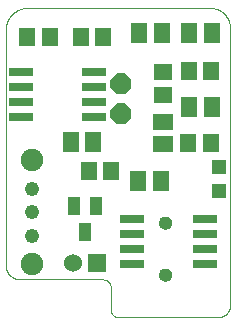
<source format=gbs>
G75*
%MOIN*%
%OFA0B0*%
%FSLAX25Y25*%
%IPPOS*%
%LPD*%
%AMOC8*
5,1,8,0,0,1.08239X$1,22.5*
%
%ADD10C,0.00000*%
%ADD11R,0.05518X0.06306*%
%ADD12R,0.05518X0.06699*%
%ADD13R,0.08400X0.03000*%
%ADD14R,0.06306X0.05518*%
%ADD15R,0.05124X0.05124*%
%ADD16R,0.06699X0.05518*%
%ADD17C,0.04762*%
%ADD18C,0.07487*%
%ADD19C,0.04337*%
%ADD20OC8,0.07000*%
%ADD21R,0.04337X0.05912*%
%ADD22R,0.06000X0.06000*%
%ADD23C,0.06000*%
D10*
X0016292Y0013630D02*
X0043885Y0013630D01*
X0043986Y0013628D01*
X0044087Y0013622D01*
X0044188Y0013613D01*
X0044288Y0013599D01*
X0044388Y0013582D01*
X0044487Y0013561D01*
X0044585Y0013536D01*
X0044682Y0013507D01*
X0044778Y0013475D01*
X0044872Y0013439D01*
X0044965Y0013399D01*
X0045057Y0013356D01*
X0045147Y0013309D01*
X0045235Y0013259D01*
X0045321Y0013206D01*
X0045404Y0013149D01*
X0045486Y0013089D01*
X0045565Y0013027D01*
X0045642Y0012961D01*
X0045716Y0012892D01*
X0045788Y0012820D01*
X0045857Y0012746D01*
X0045923Y0012669D01*
X0045985Y0012590D01*
X0046045Y0012508D01*
X0046102Y0012425D01*
X0046155Y0012339D01*
X0046205Y0012251D01*
X0046252Y0012161D01*
X0046295Y0012069D01*
X0046335Y0011976D01*
X0046371Y0011882D01*
X0046403Y0011786D01*
X0046432Y0011689D01*
X0046457Y0011591D01*
X0046478Y0011492D01*
X0046495Y0011392D01*
X0046509Y0011292D01*
X0046518Y0011191D01*
X0046524Y0011090D01*
X0046526Y0010989D01*
X0046526Y0003552D01*
X0046525Y0003552D02*
X0046527Y0003453D01*
X0046533Y0003354D01*
X0046542Y0003256D01*
X0046556Y0003158D01*
X0046573Y0003060D01*
X0046595Y0002963D01*
X0046620Y0002868D01*
X0046648Y0002773D01*
X0046681Y0002679D01*
X0046717Y0002587D01*
X0046757Y0002497D01*
X0046800Y0002407D01*
X0046846Y0002320D01*
X0046896Y0002235D01*
X0046950Y0002151D01*
X0047006Y0002070D01*
X0047066Y0001991D01*
X0047129Y0001915D01*
X0047195Y0001841D01*
X0047263Y0001769D01*
X0047335Y0001701D01*
X0047409Y0001635D01*
X0047485Y0001572D01*
X0047564Y0001512D01*
X0047645Y0001456D01*
X0047729Y0001402D01*
X0047814Y0001352D01*
X0047901Y0001306D01*
X0047991Y0001263D01*
X0048081Y0001223D01*
X0048173Y0001187D01*
X0048267Y0001154D01*
X0048362Y0001126D01*
X0048457Y0001101D01*
X0048554Y0001079D01*
X0048652Y0001062D01*
X0048750Y0001048D01*
X0048848Y0001039D01*
X0048947Y0001033D01*
X0049046Y0001031D01*
X0082588Y0001031D01*
X0082714Y0001045D01*
X0082839Y0001063D01*
X0082964Y0001085D01*
X0083088Y0001110D01*
X0083211Y0001140D01*
X0083333Y0001173D01*
X0083455Y0001210D01*
X0083575Y0001251D01*
X0083693Y0001295D01*
X0083811Y0001343D01*
X0083926Y0001395D01*
X0084040Y0001450D01*
X0084153Y0001508D01*
X0084263Y0001570D01*
X0084372Y0001636D01*
X0084478Y0001704D01*
X0084583Y0001776D01*
X0084685Y0001852D01*
X0084784Y0001930D01*
X0084881Y0002011D01*
X0084976Y0002095D01*
X0085068Y0002182D01*
X0085157Y0002272D01*
X0085244Y0002365D01*
X0085327Y0002460D01*
X0085408Y0002558D01*
X0085486Y0002658D01*
X0085560Y0002761D01*
X0085631Y0002865D01*
X0085699Y0002972D01*
X0085764Y0003081D01*
X0085825Y0003192D01*
X0085883Y0003305D01*
X0085937Y0003419D01*
X0085988Y0003535D01*
X0086035Y0003653D01*
X0086079Y0003772D01*
X0086119Y0003892D01*
X0086155Y0004014D01*
X0086187Y0004136D01*
X0086216Y0004260D01*
X0086241Y0004384D01*
X0086261Y0004509D01*
X0086279Y0004635D01*
X0086292Y0004761D01*
X0086301Y0004887D01*
X0086306Y0005013D01*
X0086308Y0005140D01*
X0086306Y0005267D01*
X0086299Y0005393D01*
X0086289Y0005520D01*
X0086289Y0097463D01*
X0086287Y0097624D01*
X0086281Y0097786D01*
X0086271Y0097947D01*
X0086258Y0098108D01*
X0086240Y0098268D01*
X0086219Y0098428D01*
X0086194Y0098587D01*
X0086165Y0098746D01*
X0086132Y0098904D01*
X0086095Y0099061D01*
X0086054Y0099218D01*
X0086010Y0099373D01*
X0085962Y0099527D01*
X0085910Y0099680D01*
X0085855Y0099831D01*
X0085796Y0099982D01*
X0085733Y0100130D01*
X0085667Y0100278D01*
X0085597Y0100423D01*
X0085524Y0100567D01*
X0085447Y0100709D01*
X0085367Y0100849D01*
X0085284Y0100987D01*
X0085197Y0101123D01*
X0085107Y0101257D01*
X0085013Y0101389D01*
X0084917Y0101518D01*
X0084817Y0101645D01*
X0084715Y0101770D01*
X0084609Y0101892D01*
X0084501Y0102012D01*
X0084389Y0102128D01*
X0084275Y0102242D01*
X0084159Y0102354D01*
X0084039Y0102462D01*
X0083917Y0102568D01*
X0083792Y0102670D01*
X0083665Y0102770D01*
X0083536Y0102866D01*
X0083404Y0102960D01*
X0083270Y0103050D01*
X0083134Y0103137D01*
X0082996Y0103220D01*
X0082856Y0103300D01*
X0082714Y0103377D01*
X0082570Y0103450D01*
X0082425Y0103520D01*
X0082277Y0103586D01*
X0082129Y0103649D01*
X0081978Y0103708D01*
X0081827Y0103763D01*
X0081674Y0103815D01*
X0081520Y0103863D01*
X0081365Y0103907D01*
X0081208Y0103948D01*
X0081051Y0103985D01*
X0080893Y0104018D01*
X0080734Y0104047D01*
X0080575Y0104072D01*
X0080415Y0104093D01*
X0080255Y0104111D01*
X0080094Y0104124D01*
X0079933Y0104134D01*
X0079771Y0104140D01*
X0079610Y0104142D01*
X0018866Y0104142D01*
X0018866Y0104141D02*
X0018688Y0104139D01*
X0018509Y0104132D01*
X0018331Y0104122D01*
X0018154Y0104107D01*
X0017976Y0104087D01*
X0017800Y0104064D01*
X0017624Y0104036D01*
X0017448Y0104004D01*
X0017274Y0103967D01*
X0017100Y0103927D01*
X0016927Y0103882D01*
X0016756Y0103833D01*
X0016585Y0103780D01*
X0016417Y0103723D01*
X0016249Y0103661D01*
X0016083Y0103596D01*
X0015919Y0103527D01*
X0015756Y0103454D01*
X0015595Y0103377D01*
X0015436Y0103296D01*
X0015279Y0103211D01*
X0015125Y0103122D01*
X0014972Y0103030D01*
X0014822Y0102934D01*
X0014674Y0102835D01*
X0014528Y0102732D01*
X0014385Y0102625D01*
X0014245Y0102515D01*
X0014107Y0102402D01*
X0013972Y0102285D01*
X0013840Y0102165D01*
X0013711Y0102042D01*
X0013585Y0101916D01*
X0013462Y0101787D01*
X0013342Y0101655D01*
X0013225Y0101520D01*
X0013112Y0101382D01*
X0013002Y0101242D01*
X0012895Y0101099D01*
X0012792Y0100953D01*
X0012693Y0100805D01*
X0012597Y0100655D01*
X0012505Y0100502D01*
X0012416Y0100348D01*
X0012331Y0100191D01*
X0012250Y0100032D01*
X0012173Y0099871D01*
X0012100Y0099708D01*
X0012031Y0099544D01*
X0011966Y0099378D01*
X0011904Y0099210D01*
X0011847Y0099042D01*
X0011794Y0098871D01*
X0011745Y0098700D01*
X0011700Y0098527D01*
X0011660Y0098353D01*
X0011623Y0098179D01*
X0011591Y0098003D01*
X0011563Y0097827D01*
X0011540Y0097651D01*
X0011520Y0097473D01*
X0011505Y0097296D01*
X0011495Y0097118D01*
X0011488Y0096939D01*
X0011486Y0096761D01*
X0011486Y0018436D01*
X0011488Y0018299D01*
X0011494Y0018162D01*
X0011504Y0018025D01*
X0011517Y0017888D01*
X0011535Y0017752D01*
X0011556Y0017616D01*
X0011582Y0017482D01*
X0011611Y0017347D01*
X0011644Y0017214D01*
X0011681Y0017082D01*
X0011721Y0016951D01*
X0011765Y0016821D01*
X0011813Y0016692D01*
X0011865Y0016565D01*
X0011920Y0016440D01*
X0011979Y0016315D01*
X0012041Y0016193D01*
X0012107Y0016073D01*
X0012176Y0015954D01*
X0012249Y0015838D01*
X0012325Y0015723D01*
X0012404Y0015611D01*
X0012486Y0015501D01*
X0012571Y0015394D01*
X0012660Y0015289D01*
X0012751Y0015186D01*
X0012845Y0015087D01*
X0012943Y0014989D01*
X0013042Y0014895D01*
X0013145Y0014804D01*
X0013250Y0014715D01*
X0013357Y0014630D01*
X0013467Y0014548D01*
X0013579Y0014469D01*
X0013694Y0014393D01*
X0013810Y0014320D01*
X0013929Y0014251D01*
X0014049Y0014185D01*
X0014171Y0014123D01*
X0014296Y0014064D01*
X0014421Y0014009D01*
X0014548Y0013957D01*
X0014677Y0013909D01*
X0014807Y0013865D01*
X0014938Y0013825D01*
X0015070Y0013788D01*
X0015203Y0013755D01*
X0015338Y0013726D01*
X0015472Y0013700D01*
X0015608Y0013679D01*
X0015744Y0013661D01*
X0015881Y0013648D01*
X0016018Y0013638D01*
X0016155Y0013632D01*
X0016292Y0013630D01*
X0062667Y0015205D02*
X0062669Y0015293D01*
X0062675Y0015381D01*
X0062685Y0015469D01*
X0062699Y0015557D01*
X0062716Y0015643D01*
X0062738Y0015729D01*
X0062763Y0015813D01*
X0062793Y0015897D01*
X0062825Y0015979D01*
X0062862Y0016059D01*
X0062902Y0016138D01*
X0062946Y0016215D01*
X0062993Y0016290D01*
X0063043Y0016362D01*
X0063097Y0016433D01*
X0063153Y0016500D01*
X0063213Y0016566D01*
X0063275Y0016628D01*
X0063341Y0016688D01*
X0063408Y0016744D01*
X0063479Y0016798D01*
X0063551Y0016848D01*
X0063626Y0016895D01*
X0063703Y0016939D01*
X0063782Y0016979D01*
X0063862Y0017016D01*
X0063944Y0017048D01*
X0064028Y0017078D01*
X0064112Y0017103D01*
X0064198Y0017125D01*
X0064284Y0017142D01*
X0064372Y0017156D01*
X0064460Y0017166D01*
X0064548Y0017172D01*
X0064636Y0017174D01*
X0064724Y0017172D01*
X0064812Y0017166D01*
X0064900Y0017156D01*
X0064988Y0017142D01*
X0065074Y0017125D01*
X0065160Y0017103D01*
X0065244Y0017078D01*
X0065328Y0017048D01*
X0065410Y0017016D01*
X0065490Y0016979D01*
X0065569Y0016939D01*
X0065646Y0016895D01*
X0065721Y0016848D01*
X0065793Y0016798D01*
X0065864Y0016744D01*
X0065931Y0016688D01*
X0065997Y0016628D01*
X0066059Y0016566D01*
X0066119Y0016500D01*
X0066175Y0016433D01*
X0066229Y0016362D01*
X0066279Y0016290D01*
X0066326Y0016215D01*
X0066370Y0016138D01*
X0066410Y0016059D01*
X0066447Y0015979D01*
X0066479Y0015897D01*
X0066509Y0015813D01*
X0066534Y0015729D01*
X0066556Y0015643D01*
X0066573Y0015557D01*
X0066587Y0015469D01*
X0066597Y0015381D01*
X0066603Y0015293D01*
X0066605Y0015205D01*
X0066603Y0015117D01*
X0066597Y0015029D01*
X0066587Y0014941D01*
X0066573Y0014853D01*
X0066556Y0014767D01*
X0066534Y0014681D01*
X0066509Y0014597D01*
X0066479Y0014513D01*
X0066447Y0014431D01*
X0066410Y0014351D01*
X0066370Y0014272D01*
X0066326Y0014195D01*
X0066279Y0014120D01*
X0066229Y0014048D01*
X0066175Y0013977D01*
X0066119Y0013910D01*
X0066059Y0013844D01*
X0065997Y0013782D01*
X0065931Y0013722D01*
X0065864Y0013666D01*
X0065793Y0013612D01*
X0065721Y0013562D01*
X0065646Y0013515D01*
X0065569Y0013471D01*
X0065490Y0013431D01*
X0065410Y0013394D01*
X0065328Y0013362D01*
X0065244Y0013332D01*
X0065160Y0013307D01*
X0065074Y0013285D01*
X0064988Y0013268D01*
X0064900Y0013254D01*
X0064812Y0013244D01*
X0064724Y0013238D01*
X0064636Y0013236D01*
X0064548Y0013238D01*
X0064460Y0013244D01*
X0064372Y0013254D01*
X0064284Y0013268D01*
X0064198Y0013285D01*
X0064112Y0013307D01*
X0064028Y0013332D01*
X0063944Y0013362D01*
X0063862Y0013394D01*
X0063782Y0013431D01*
X0063703Y0013471D01*
X0063626Y0013515D01*
X0063551Y0013562D01*
X0063479Y0013612D01*
X0063408Y0013666D01*
X0063341Y0013722D01*
X0063275Y0013782D01*
X0063213Y0013844D01*
X0063153Y0013910D01*
X0063097Y0013977D01*
X0063043Y0014048D01*
X0062993Y0014120D01*
X0062946Y0014195D01*
X0062902Y0014272D01*
X0062862Y0014351D01*
X0062825Y0014431D01*
X0062793Y0014513D01*
X0062763Y0014597D01*
X0062738Y0014681D01*
X0062716Y0014767D01*
X0062699Y0014853D01*
X0062685Y0014941D01*
X0062675Y0015029D01*
X0062669Y0015117D01*
X0062667Y0015205D01*
X0062667Y0032528D02*
X0062669Y0032616D01*
X0062675Y0032704D01*
X0062685Y0032792D01*
X0062699Y0032880D01*
X0062716Y0032966D01*
X0062738Y0033052D01*
X0062763Y0033136D01*
X0062793Y0033220D01*
X0062825Y0033302D01*
X0062862Y0033382D01*
X0062902Y0033461D01*
X0062946Y0033538D01*
X0062993Y0033613D01*
X0063043Y0033685D01*
X0063097Y0033756D01*
X0063153Y0033823D01*
X0063213Y0033889D01*
X0063275Y0033951D01*
X0063341Y0034011D01*
X0063408Y0034067D01*
X0063479Y0034121D01*
X0063551Y0034171D01*
X0063626Y0034218D01*
X0063703Y0034262D01*
X0063782Y0034302D01*
X0063862Y0034339D01*
X0063944Y0034371D01*
X0064028Y0034401D01*
X0064112Y0034426D01*
X0064198Y0034448D01*
X0064284Y0034465D01*
X0064372Y0034479D01*
X0064460Y0034489D01*
X0064548Y0034495D01*
X0064636Y0034497D01*
X0064724Y0034495D01*
X0064812Y0034489D01*
X0064900Y0034479D01*
X0064988Y0034465D01*
X0065074Y0034448D01*
X0065160Y0034426D01*
X0065244Y0034401D01*
X0065328Y0034371D01*
X0065410Y0034339D01*
X0065490Y0034302D01*
X0065569Y0034262D01*
X0065646Y0034218D01*
X0065721Y0034171D01*
X0065793Y0034121D01*
X0065864Y0034067D01*
X0065931Y0034011D01*
X0065997Y0033951D01*
X0066059Y0033889D01*
X0066119Y0033823D01*
X0066175Y0033756D01*
X0066229Y0033685D01*
X0066279Y0033613D01*
X0066326Y0033538D01*
X0066370Y0033461D01*
X0066410Y0033382D01*
X0066447Y0033302D01*
X0066479Y0033220D01*
X0066509Y0033136D01*
X0066534Y0033052D01*
X0066556Y0032966D01*
X0066573Y0032880D01*
X0066587Y0032792D01*
X0066597Y0032704D01*
X0066603Y0032616D01*
X0066605Y0032528D01*
X0066603Y0032440D01*
X0066597Y0032352D01*
X0066587Y0032264D01*
X0066573Y0032176D01*
X0066556Y0032090D01*
X0066534Y0032004D01*
X0066509Y0031920D01*
X0066479Y0031836D01*
X0066447Y0031754D01*
X0066410Y0031674D01*
X0066370Y0031595D01*
X0066326Y0031518D01*
X0066279Y0031443D01*
X0066229Y0031371D01*
X0066175Y0031300D01*
X0066119Y0031233D01*
X0066059Y0031167D01*
X0065997Y0031105D01*
X0065931Y0031045D01*
X0065864Y0030989D01*
X0065793Y0030935D01*
X0065721Y0030885D01*
X0065646Y0030838D01*
X0065569Y0030794D01*
X0065490Y0030754D01*
X0065410Y0030717D01*
X0065328Y0030685D01*
X0065244Y0030655D01*
X0065160Y0030630D01*
X0065074Y0030608D01*
X0064988Y0030591D01*
X0064900Y0030577D01*
X0064812Y0030567D01*
X0064724Y0030561D01*
X0064636Y0030559D01*
X0064548Y0030561D01*
X0064460Y0030567D01*
X0064372Y0030577D01*
X0064284Y0030591D01*
X0064198Y0030608D01*
X0064112Y0030630D01*
X0064028Y0030655D01*
X0063944Y0030685D01*
X0063862Y0030717D01*
X0063782Y0030754D01*
X0063703Y0030794D01*
X0063626Y0030838D01*
X0063551Y0030885D01*
X0063479Y0030935D01*
X0063408Y0030989D01*
X0063341Y0031045D01*
X0063275Y0031105D01*
X0063213Y0031167D01*
X0063153Y0031233D01*
X0063097Y0031300D01*
X0063043Y0031371D01*
X0062993Y0031443D01*
X0062946Y0031518D01*
X0062902Y0031595D01*
X0062862Y0031674D01*
X0062825Y0031754D01*
X0062793Y0031836D01*
X0062763Y0031920D01*
X0062738Y0032004D01*
X0062716Y0032090D01*
X0062699Y0032176D01*
X0062685Y0032264D01*
X0062675Y0032352D01*
X0062669Y0032440D01*
X0062667Y0032528D01*
D11*
X0046722Y0049850D03*
X0039242Y0049850D03*
X0072392Y0059102D03*
X0079872Y0059102D03*
X0080030Y0083118D03*
X0072549Y0083118D03*
X0043967Y0094339D03*
X0036486Y0094339D03*
X0026250Y0094339D03*
X0018770Y0094339D03*
D12*
X0033148Y0059378D03*
X0040628Y0059378D03*
X0055778Y0046307D03*
X0063258Y0046307D03*
X0072691Y0071173D03*
X0080171Y0071173D03*
X0080203Y0095795D03*
X0072722Y0095795D03*
X0063455Y0095795D03*
X0055974Y0095795D03*
D13*
X0040909Y0082941D03*
X0040909Y0077941D03*
X0040909Y0072941D03*
X0040909Y0067941D03*
X0016709Y0067941D03*
X0016709Y0072941D03*
X0016709Y0077941D03*
X0016709Y0082941D03*
X0053717Y0033728D03*
X0053717Y0028728D03*
X0053717Y0023728D03*
X0053717Y0018728D03*
X0077917Y0018728D03*
X0077917Y0023728D03*
X0077917Y0028728D03*
X0077917Y0033728D03*
D14*
X0063848Y0075244D03*
X0063848Y0082724D03*
D15*
X0082746Y0051228D03*
X0082746Y0042961D03*
D16*
X0063848Y0058709D03*
X0063848Y0066189D03*
D17*
X0020148Y0043945D03*
X0020148Y0036071D03*
X0020148Y0028197D03*
D18*
X0020148Y0018748D03*
X0020148Y0053394D03*
D19*
X0064636Y0032528D03*
X0064636Y0015205D03*
D20*
X0050069Y0068866D03*
X0050069Y0078866D03*
D21*
X0041604Y0038039D03*
X0034124Y0038039D03*
X0037864Y0029378D03*
D22*
X0041801Y0019142D03*
D23*
X0033927Y0019142D03*
M02*

</source>
